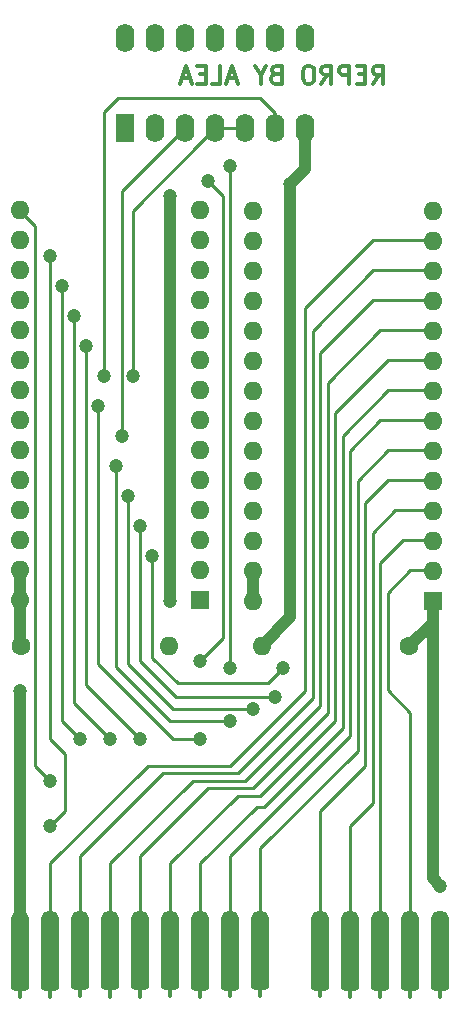
<source format=gbl>
%TF.GenerationSoftware,KiCad,Pcbnew,8.0.6+1*%
%TF.CreationDate,2024-12-27T18:58:42+01:00*%
%TF.ProjectId,QL_ROM_Cartridge_original,514c5f52-4f4d-45f4-9361-727472696467,0*%
%TF.SameCoordinates,Original*%
%TF.FileFunction,Copper,L2,Bot*%
%TF.FilePolarity,Positive*%
%FSLAX46Y46*%
G04 Gerber Fmt 4.6, Leading zero omitted, Abs format (unit mm)*
G04 Created by KiCad (PCBNEW 8.0.6+1) date 2024-12-27 18:58:42*
%MOMM*%
%LPD*%
G01*
G04 APERTURE LIST*
G04 Aperture macros list*
%AMRoundRect*
0 Rectangle with rounded corners*
0 $1 Rounding radius*
0 $2 $3 $4 $5 $6 $7 $8 $9 X,Y pos of 4 corners*
0 Add a 4 corners polygon primitive as box body*
4,1,4,$2,$3,$4,$5,$6,$7,$8,$9,$2,$3,0*
0 Add four circle primitives for the rounded corners*
1,1,$1+$1,$2,$3*
1,1,$1+$1,$4,$5*
1,1,$1+$1,$6,$7*
1,1,$1+$1,$8,$9*
0 Add four rect primitives between the rounded corners*
20,1,$1+$1,$2,$3,$4,$5,0*
20,1,$1+$1,$4,$5,$6,$7,0*
20,1,$1+$1,$6,$7,$8,$9,0*
20,1,$1+$1,$8,$9,$2,$3,0*%
G04 Aperture macros list end*
%ADD10C,0.300000*%
%TA.AperFunction,NonConductor*%
%ADD11C,0.300000*%
%TD*%
%TA.AperFunction,EtchedComponent*%
%ADD12C,0.300000*%
%TD*%
%TA.AperFunction,ComponentPad*%
%ADD13R,1.600000X1.600000*%
%TD*%
%TA.AperFunction,ComponentPad*%
%ADD14O,1.600000X1.600000*%
%TD*%
%TA.AperFunction,ConnectorPad*%
%ADD15RoundRect,0.762000X-0.000010X-1.738000X0.000010X-1.738000X0.000010X1.738000X-0.000010X1.738000X0*%
%TD*%
%TA.AperFunction,ConnectorPad*%
%ADD16RoundRect,0.228600X-0.533400X-2.271400X0.533400X-2.271400X0.533400X2.271400X-0.533400X2.271400X0*%
%TD*%
%TA.AperFunction,ComponentPad*%
%ADD17C,1.600000*%
%TD*%
%TA.AperFunction,ComponentPad*%
%ADD18R,1.600000X2.400000*%
%TD*%
%TA.AperFunction,ComponentPad*%
%ADD19O,1.600000X2.400000*%
%TD*%
%TA.AperFunction,ViaPad*%
%ADD20C,1.200000*%
%TD*%
%TA.AperFunction,Conductor*%
%ADD21C,1.000000*%
%TD*%
%TA.AperFunction,Conductor*%
%ADD22C,0.250000*%
%TD*%
%ADD23C,0.350000*%
G04 APERTURE END LIST*
D10*
D11*
X32372142Y78061672D02*
X32872142Y78775958D01*
X33229285Y78061672D02*
X33229285Y79561672D01*
X33229285Y79561672D02*
X32657856Y79561672D01*
X32657856Y79561672D02*
X32514999Y79490243D01*
X32514999Y79490243D02*
X32443570Y79418815D01*
X32443570Y79418815D02*
X32372142Y79275958D01*
X32372142Y79275958D02*
X32372142Y79061672D01*
X32372142Y79061672D02*
X32443570Y78918815D01*
X32443570Y78918815D02*
X32514999Y78847386D01*
X32514999Y78847386D02*
X32657856Y78775958D01*
X32657856Y78775958D02*
X33229285Y78775958D01*
X31729285Y78847386D02*
X31229285Y78847386D01*
X31014999Y78061672D02*
X31729285Y78061672D01*
X31729285Y78061672D02*
X31729285Y79561672D01*
X31729285Y79561672D02*
X31014999Y79561672D01*
X30372142Y78061672D02*
X30372142Y79561672D01*
X30372142Y79561672D02*
X29800713Y79561672D01*
X29800713Y79561672D02*
X29657856Y79490243D01*
X29657856Y79490243D02*
X29586427Y79418815D01*
X29586427Y79418815D02*
X29514999Y79275958D01*
X29514999Y79275958D02*
X29514999Y79061672D01*
X29514999Y79061672D02*
X29586427Y78918815D01*
X29586427Y78918815D02*
X29657856Y78847386D01*
X29657856Y78847386D02*
X29800713Y78775958D01*
X29800713Y78775958D02*
X30372142Y78775958D01*
X28014999Y78061672D02*
X28514999Y78775958D01*
X28872142Y78061672D02*
X28872142Y79561672D01*
X28872142Y79561672D02*
X28300713Y79561672D01*
X28300713Y79561672D02*
X28157856Y79490243D01*
X28157856Y79490243D02*
X28086427Y79418815D01*
X28086427Y79418815D02*
X28014999Y79275958D01*
X28014999Y79275958D02*
X28014999Y79061672D01*
X28014999Y79061672D02*
X28086427Y78918815D01*
X28086427Y78918815D02*
X28157856Y78847386D01*
X28157856Y78847386D02*
X28300713Y78775958D01*
X28300713Y78775958D02*
X28872142Y78775958D01*
X27086427Y79561672D02*
X26800713Y79561672D01*
X26800713Y79561672D02*
X26657856Y79490243D01*
X26657856Y79490243D02*
X26514999Y79347386D01*
X26514999Y79347386D02*
X26443570Y79061672D01*
X26443570Y79061672D02*
X26443570Y78561672D01*
X26443570Y78561672D02*
X26514999Y78275958D01*
X26514999Y78275958D02*
X26657856Y78133100D01*
X26657856Y78133100D02*
X26800713Y78061672D01*
X26800713Y78061672D02*
X27086427Y78061672D01*
X27086427Y78061672D02*
X27229285Y78133100D01*
X27229285Y78133100D02*
X27372142Y78275958D01*
X27372142Y78275958D02*
X27443570Y78561672D01*
X27443570Y78561672D02*
X27443570Y79061672D01*
X27443570Y79061672D02*
X27372142Y79347386D01*
X27372142Y79347386D02*
X27229285Y79490243D01*
X27229285Y79490243D02*
X27086427Y79561672D01*
X24157856Y78847386D02*
X23943570Y78775958D01*
X23943570Y78775958D02*
X23872141Y78704529D01*
X23872141Y78704529D02*
X23800713Y78561672D01*
X23800713Y78561672D02*
X23800713Y78347386D01*
X23800713Y78347386D02*
X23872141Y78204529D01*
X23872141Y78204529D02*
X23943570Y78133100D01*
X23943570Y78133100D02*
X24086427Y78061672D01*
X24086427Y78061672D02*
X24657856Y78061672D01*
X24657856Y78061672D02*
X24657856Y79561672D01*
X24657856Y79561672D02*
X24157856Y79561672D01*
X24157856Y79561672D02*
X24014999Y79490243D01*
X24014999Y79490243D02*
X23943570Y79418815D01*
X23943570Y79418815D02*
X23872141Y79275958D01*
X23872141Y79275958D02*
X23872141Y79133100D01*
X23872141Y79133100D02*
X23943570Y78990243D01*
X23943570Y78990243D02*
X24014999Y78918815D01*
X24014999Y78918815D02*
X24157856Y78847386D01*
X24157856Y78847386D02*
X24657856Y78847386D01*
X22872141Y78775958D02*
X22872141Y78061672D01*
X23372141Y79561672D02*
X22872141Y78775958D01*
X22872141Y78775958D02*
X22372141Y79561672D01*
X20800713Y78490243D02*
X20086428Y78490243D01*
X20943570Y78061672D02*
X20443570Y79561672D01*
X20443570Y79561672D02*
X19943570Y78061672D01*
X18729285Y78061672D02*
X19443571Y78061672D01*
X19443571Y78061672D02*
X19443571Y79561672D01*
X18229285Y78847386D02*
X17729285Y78847386D01*
X17514999Y78061672D02*
X18229285Y78061672D01*
X18229285Y78061672D02*
X18229285Y79561672D01*
X18229285Y79561672D02*
X17514999Y79561672D01*
X16943570Y78490243D02*
X16229285Y78490243D01*
X17086427Y78061672D02*
X16586427Y79561672D01*
X16586427Y79561672D02*
X16086427Y78061672D01*
D12*
%TO.C,J1*%
X2540000Y747400D02*
X2540000Y1357000D01*
X5080000Y747400D02*
X5080000Y1357000D01*
X7620000Y772800D02*
X7620000Y1382400D01*
X10160000Y747400D02*
X10160000Y1357000D01*
X12700000Y747400D02*
X12700000Y1382400D01*
X15240000Y772800D02*
X15240000Y1382400D01*
X17780000Y747400D02*
X17780000Y1357000D01*
X20320000Y772800D02*
X20320000Y1382400D01*
X22860000Y812800D02*
X22860000Y1397000D01*
X27940000Y772800D02*
X27940000Y1357000D01*
X30480000Y732800D02*
X30480000Y1270000D01*
X33020000Y732800D02*
X33020000Y1270000D01*
X35560000Y732800D02*
X35560000Y1317000D01*
X38100000Y747400D02*
X38100000Y1357000D01*
%TD*%
D13*
%TO.P,IC2,1,VPP*%
%TO.N,VCC*%
X37465000Y34290000D03*
D14*
%TO.P,IC2,2,A12*%
%TO.N,/A12*%
X37465000Y36830000D03*
%TO.P,IC2,3,A7*%
%TO.N,/A7*%
X37465000Y39370000D03*
%TO.P,IC2,4,A6*%
%TO.N,/A6*%
X37465000Y41910000D03*
%TO.P,IC2,5,A5*%
%TO.N,/A5*%
X37465000Y44450000D03*
%TO.P,IC2,6,A4*%
%TO.N,/A4*%
X37465000Y46990000D03*
%TO.P,IC2,7,A3*%
%TO.N,/A3*%
X37465000Y49530000D03*
%TO.P,IC2,8,A2*%
%TO.N,/A2*%
X37465000Y52070000D03*
%TO.P,IC2,9,A1*%
%TO.N,/A1*%
X37465000Y54610000D03*
%TO.P,IC2,10,A0*%
%TO.N,/A0*%
X37465000Y57150000D03*
%TO.P,IC2,11,D0*%
%TO.N,/D0*%
X37465000Y59690000D03*
%TO.P,IC2,12,D1*%
%TO.N,/D1*%
X37465000Y62230000D03*
%TO.P,IC2,13,D2*%
%TO.N,/D2*%
X37465000Y64770000D03*
%TO.P,IC2,14,GND*%
%TO.N,GND*%
X37465000Y67310000D03*
%TO.P,IC2,15,D3*%
%TO.N,/D3*%
X22225000Y67310000D03*
%TO.P,IC2,16,D4*%
%TO.N,/D4*%
X22225000Y64770000D03*
%TO.P,IC2,17,D5*%
%TO.N,/D5*%
X22225000Y62230000D03*
%TO.P,IC2,18,D6*%
%TO.N,/D6*%
X22225000Y59690000D03*
%TO.P,IC2,19,D7*%
%TO.N,/D7*%
X22225000Y57150000D03*
%TO.P,IC2,20,~{CE}*%
%TO.N,/U2_CE*%
X22225000Y54610000D03*
%TO.P,IC2,21,A10*%
%TO.N,/A10*%
X22225000Y52070000D03*
%TO.P,IC2,22,~{OE}*%
%TO.N,/U_ROMOE*%
X22225000Y49530000D03*
%TO.P,IC2,23,A11*%
%TO.N,/A11*%
X22225000Y46990000D03*
%TO.P,IC2,24,A9*%
%TO.N,/A9*%
X22225000Y44450000D03*
%TO.P,IC2,25,A8*%
%TO.N,/A8*%
X22225000Y41910000D03*
%TO.P,IC2,26,A13*%
%TO.N,/A13*%
X22225000Y39370000D03*
%TO.P,IC2,27,~{PGM}*%
%TO.N,VCC*%
X22225000Y36830000D03*
%TO.P,IC2,28,VCC*%
X22225000Y34290000D03*
%TD*%
D15*
%TO.P,J1,2,N/C*%
%TO.N,unconnected-(J1-Pad2)*%
X38100000Y5548000D03*
D16*
X38100000Y3810000D03*
D15*
%TO.P,J1,4,A12*%
%TO.N,/A12*%
X35560000Y5548000D03*
D16*
X35560000Y3770000D03*
D15*
%TO.P,J1,6,A7*%
%TO.N,/A7*%
X33020000Y5548000D03*
D16*
X33020000Y3770000D03*
D15*
%TO.P,J1,8,A6*%
%TO.N,/A6*%
X30480000Y5548000D03*
D16*
X30480000Y3770000D03*
D15*
%TO.P,J1,10,A5*%
%TO.N,/A5*%
X27940000Y5588000D03*
D16*
X27940000Y3810000D03*
D15*
%TO.P,J1,12,A4*%
%TO.N,/A4*%
X22860000Y5588000D03*
D16*
X22860000Y3850000D03*
D15*
%TO.P,J1,14,A3*%
%TO.N,/A3*%
X20320000Y5548000D03*
D16*
X20320000Y3810000D03*
D15*
%TO.P,J1,16,A2*%
%TO.N,/A2*%
X17780000Y5548000D03*
D16*
X17780000Y3810000D03*
D15*
%TO.P,J1,18,A1*%
%TO.N,/A1*%
X15240000Y5548000D03*
D16*
X15240000Y3820800D03*
D15*
%TO.P,J1,20,A0*%
%TO.N,/A0*%
X12700000Y5548000D03*
D16*
X12700000Y3820800D03*
D15*
%TO.P,J1,22,D0*%
%TO.N,/D0*%
X10160000Y5548000D03*
D16*
X10160000Y3820800D03*
%TO.P,J1,24,D1*%
%TO.N,/D1*%
X7594600Y3820800D03*
D15*
X7620000Y5588000D03*
%TO.P,J1,26,D2*%
%TO.N,/D2*%
X5080000Y5548000D03*
D16*
X5080000Y3810000D03*
D15*
%TO.P,J1,28,GND*%
%TO.N,GND*%
X2540000Y5548000D03*
D16*
X2540000Y3810000D03*
%TD*%
D13*
%TO.P,IC1,1,VPP*%
%TO.N,VCC*%
X17785000Y34300000D03*
D14*
%TO.P,IC1,2,A12*%
%TO.N,/A12*%
X17785000Y36840000D03*
%TO.P,IC1,3,A7*%
%TO.N,/A7*%
X17785000Y39380000D03*
%TO.P,IC1,4,A6*%
%TO.N,/A6*%
X17785000Y41920000D03*
%TO.P,IC1,5,A5*%
%TO.N,/A5*%
X17785000Y44460000D03*
%TO.P,IC1,6,A4*%
%TO.N,/A4*%
X17785000Y47000000D03*
%TO.P,IC1,7,A3*%
%TO.N,/A3*%
X17785000Y49540000D03*
%TO.P,IC1,8,A2*%
%TO.N,/A2*%
X17785000Y52080000D03*
%TO.P,IC1,9,A1*%
%TO.N,/A1*%
X17785000Y54620000D03*
%TO.P,IC1,10,A0*%
%TO.N,/A0*%
X17785000Y57160000D03*
%TO.P,IC1,11,D0*%
%TO.N,/D0*%
X17785000Y59700000D03*
%TO.P,IC1,12,D1*%
%TO.N,/D1*%
X17785000Y62240000D03*
%TO.P,IC1,13,D2*%
%TO.N,/D2*%
X17785000Y64780000D03*
%TO.P,IC1,14,GND*%
%TO.N,GND*%
X17785000Y67320000D03*
%TO.P,IC1,15,D3*%
%TO.N,/D3*%
X2545000Y67320000D03*
%TO.P,IC1,16,D4*%
%TO.N,/D4*%
X2545000Y64780000D03*
%TO.P,IC1,17,D5*%
%TO.N,/D5*%
X2545000Y62240000D03*
%TO.P,IC1,18,D6*%
%TO.N,/D6*%
X2545000Y59700000D03*
%TO.P,IC1,19,D7*%
%TO.N,/D7*%
X2545000Y57160000D03*
%TO.P,IC1,20,~{CE}*%
%TO.N,/U1_CE*%
X2545000Y54620000D03*
%TO.P,IC1,21,A10*%
%TO.N,/A10*%
X2545000Y52080000D03*
%TO.P,IC1,22,~{OE}*%
%TO.N,/U_ROMOE*%
X2545000Y49540000D03*
%TO.P,IC1,23,A11*%
%TO.N,/A11*%
X2545000Y47000000D03*
%TO.P,IC1,24,A9*%
%TO.N,/A9*%
X2545000Y44460000D03*
%TO.P,IC1,25,A8*%
%TO.N,/A8*%
X2545000Y41920000D03*
%TO.P,IC1,26,A13*%
%TO.N,/A13*%
X2545000Y39380000D03*
%TO.P,IC1,27,~{PGM}*%
%TO.N,VCC*%
X2545000Y36840000D03*
%TO.P,IC1,28,VCC*%
X2545000Y34300000D03*
%TD*%
D17*
%TO.P,C1,1*%
%TO.N,VCC*%
X2620000Y30480000D03*
D14*
%TO.P,C1,2*%
%TO.N,GND*%
X15120000Y30480000D03*
%TD*%
D17*
%TO.P,C2,1*%
%TO.N,VCC*%
X35460000Y30480000D03*
D14*
%TO.P,C2,2*%
%TO.N,GND*%
X22960000Y30480000D03*
%TD*%
D18*
%TO.P,IC3,1*%
%TO.N,/A15*%
X11430000Y74295000D03*
D19*
%TO.P,IC3,2*%
%TO.N,/ROMOE*%
X13970000Y74295000D03*
%TO.P,IC3,3*%
%TO.N,/U_ROMOE*%
X16510000Y74295000D03*
%TO.P,IC3,4*%
%TO.N,/U2_CE*%
X19050000Y74295000D03*
%TO.P,IC3,5*%
X21590000Y74295000D03*
%TO.P,IC3,6*%
%TO.N,/U1_CE*%
X24130000Y74295000D03*
%TO.P,IC3,7,GND*%
%TO.N,GND*%
X26670000Y74295000D03*
%TO.P,IC3,8*%
%TO.N,/U2_CE*%
X26670000Y81915000D03*
%TO.P,IC3,9*%
%TO.N,/A14*%
X24130000Y81915000D03*
%TO.P,IC3,10*%
%TO.N,/A15*%
X21590000Y81915000D03*
%TO.P,IC3,11*%
%TO.N,unconnected-(IC3-Pad11)*%
X19050000Y81915000D03*
%TO.P,IC3,12*%
%TO.N,unconnected-(IC3-Pad12)*%
X16510000Y81915000D03*
%TO.P,IC3,13*%
%TO.N,unconnected-(IC3-Pad13)*%
X13970000Y81915000D03*
%TO.P,IC3,14,VCC*%
%TO.N,VCC*%
X11430000Y81915000D03*
%TD*%
D20*
%TO.N,VCC*%
X38100000Y10160000D03*
X15240000Y34275000D03*
X15240000Y68580000D03*
%TO.N,GND*%
X25400000Y69596000D03*
X2540000Y26670000D03*
%TO.N,/D3*%
X5080000Y19050000D03*
%TO.N,/D4*%
X5080000Y63500000D03*
X5080000Y15240000D03*
%TO.N,/D5*%
X7620000Y22606000D03*
X6096000Y60960000D03*
%TO.N,/D6*%
X7112000Y58420000D03*
X10160000Y22606000D03*
%TO.N,/D7*%
X8128000Y55880000D03*
X12700000Y22606000D03*
%TO.N,/A15*%
X18415000Y69850000D03*
X17780000Y29210000D03*
%TO.N,/A10*%
X17780000Y22606000D03*
X9144000Y50800000D03*
%TO.N,/ROMOE*%
X20320000Y28575000D03*
X20320000Y71120000D03*
%TO.N,/A11*%
X20320000Y24130000D03*
X10668000Y45720000D03*
%TO.N,/A9*%
X11684000Y43180000D03*
X22225000Y25146000D03*
%TO.N,/A8*%
X12700000Y40640000D03*
X24130000Y26162000D03*
%TO.N,/A13*%
X24765000Y28575000D03*
X13716000Y38100000D03*
%TO.N,/U1_CE*%
X9652000Y53340000D03*
%TO.N,/U2_CE*%
X12065000Y53340000D03*
%TO.N,/U_ROMOE*%
X11176000Y48260000D03*
%TD*%
D21*
%TO.N,VCC*%
X37465000Y32385000D02*
X35460000Y30480000D01*
X2545000Y30555000D02*
X2620000Y30480000D01*
X37465000Y34290000D02*
X37465000Y32385000D01*
X2545000Y36815000D02*
X2545000Y34275000D01*
X22225000Y36830000D02*
X22225000Y34290000D01*
X37465000Y10795000D02*
X38100000Y10160000D01*
X37465000Y32512000D02*
X37465000Y10795000D01*
X15240000Y34275000D02*
X15240000Y68580000D01*
X2545000Y34300000D02*
X2545000Y30555000D01*
%TO.N,GND*%
X26670000Y70866000D02*
X25400000Y69596000D01*
X25395000Y63505000D02*
X25400000Y63500000D01*
X25400000Y63500000D02*
X25400000Y32920000D01*
X25400000Y32920000D02*
X22960000Y30480000D01*
X25400000Y69596000D02*
X25395000Y63505000D01*
X2540000Y26670000D02*
X2540000Y5548000D01*
X26670000Y74295000D02*
X26670000Y70866000D01*
D22*
%TO.N,/D3*%
X3810000Y66030000D02*
X2545000Y67295000D01*
X5080000Y19050000D02*
X3810000Y20320000D01*
X3810000Y20320000D02*
X3810000Y66030000D01*
%TO.N,/D4*%
X5080000Y63500000D02*
X5080000Y22545960D01*
X6350000Y21275960D02*
X6350000Y16510000D01*
X6350000Y16510000D02*
X5080000Y15240000D01*
X5080000Y22545960D02*
X6350000Y21275960D01*
%TO.N,/D2*%
X5080000Y7747000D02*
X5080000Y12065000D01*
X26670000Y26670000D02*
X26670000Y59055000D01*
X32395000Y64780000D02*
X37465000Y64780000D01*
X13335000Y20320000D02*
X20320000Y20320000D01*
X5080000Y12065000D02*
X13335000Y20320000D01*
X20320000Y20320000D02*
X26670000Y26670000D01*
X26670000Y59055000D02*
X32395000Y64780000D01*
%TO.N,/D5*%
X7620000Y22606000D02*
X6096000Y24130000D01*
X6096000Y24130000D02*
X6096000Y60960000D01*
%TO.N,/D1*%
X20955000Y19685000D02*
X27305000Y26035000D01*
X7620000Y7787000D02*
X7620000Y12700000D01*
X27305000Y26035000D02*
X27305000Y57150000D01*
X32395000Y62240000D02*
X37465000Y62240000D01*
X7620000Y12700000D02*
X14605000Y19685000D01*
X14605000Y19685000D02*
X20955000Y19685000D01*
X27305000Y57150000D02*
X32395000Y62240000D01*
%TO.N,/D6*%
X7112000Y25654000D02*
X7112000Y58420000D01*
X10160000Y22606000D02*
X7112000Y25654000D01*
%TO.N,/D0*%
X27940000Y25400000D02*
X27940000Y55245000D01*
X27940000Y55245000D02*
X32395000Y59700000D01*
X32395000Y59700000D02*
X37465000Y59700000D01*
X10160000Y12065000D02*
X17145000Y19050000D01*
X21590000Y19050000D02*
X27940000Y25400000D01*
X17145000Y19050000D02*
X21590000Y19050000D01*
X10160000Y7747000D02*
X10160000Y12065000D01*
%TO.N,/D7*%
X12700000Y22606000D02*
X8128000Y27178000D01*
X8128000Y27178000D02*
X8128000Y55880000D01*
%TO.N,/A0*%
X18415000Y18415000D02*
X22225000Y18415000D01*
X33030000Y57160000D02*
X37465000Y57160000D01*
X12700000Y7747000D02*
X12700000Y12700000D01*
X28575000Y52705000D02*
X33030000Y57160000D01*
X28575000Y24765000D02*
X28575000Y52705000D01*
X12700000Y12700000D02*
X18415000Y18415000D01*
X22225000Y18415000D02*
X28575000Y24765000D01*
%TO.N,/A15*%
X19685000Y68580000D02*
X18415000Y69850000D01*
X17780000Y29210000D02*
X19685000Y31115000D01*
X19685000Y31115000D02*
X19685000Y68580000D01*
%TO.N,/A1*%
X22860000Y17780000D02*
X29210000Y24130000D01*
X20955000Y17780000D02*
X22860000Y17780000D01*
X15240000Y12065000D02*
X20955000Y17780000D01*
X15240000Y7747000D02*
X15240000Y12065000D01*
X33665000Y54620000D02*
X37465000Y54620000D01*
X29210000Y24130000D02*
X29210000Y50165000D01*
X29210000Y50165000D02*
X33665000Y54620000D01*
%TO.N,/A10*%
X9144000Y28956000D02*
X9144000Y50800000D01*
X15494000Y22606000D02*
X9144000Y28956000D01*
X17780000Y22606000D02*
X15494000Y22606000D01*
%TO.N,/A2*%
X17780000Y12065000D02*
X22542500Y16827500D01*
X22542500Y16827500D02*
X23177500Y16827500D01*
X23177500Y16827500D02*
X29845000Y23495000D01*
X29845000Y23495000D02*
X29845000Y48260000D01*
X29845000Y48260000D02*
X33665000Y52080000D01*
X17780000Y7747000D02*
X17780000Y12065000D01*
X33665000Y52080000D02*
X37465000Y52080000D01*
%TO.N,/ROMOE*%
X20320000Y28575000D02*
X20320000Y71120000D01*
%TO.N,/A3*%
X20320000Y12700000D02*
X30480000Y22860000D01*
X20320000Y7747000D02*
X20320000Y12700000D01*
X30480000Y46990000D02*
X30480000Y22860000D01*
X33030000Y49540000D02*
X30480000Y46990000D01*
X37465000Y49540000D02*
X33030000Y49540000D01*
%TO.N,/A11*%
X10668000Y28702000D02*
X10668000Y45720000D01*
X20320000Y24130000D02*
X15240000Y24130000D01*
X15240000Y24130000D02*
X10668000Y28702000D01*
%TO.N,/A4*%
X31115000Y44450000D02*
X31115000Y21590000D01*
X33665000Y47000000D02*
X31115000Y44450000D01*
X31115000Y21590000D02*
X22860000Y13335000D01*
X37465000Y47000000D02*
X33665000Y47000000D01*
X22860000Y13335000D02*
X22860000Y7787000D01*
%TO.N,/A9*%
X15494000Y25146000D02*
X11684000Y28956000D01*
X11684000Y28956000D02*
X11684000Y43180000D01*
X22225000Y25146000D02*
X15494000Y25146000D01*
%TO.N,/A5*%
X27940000Y16510000D02*
X31750000Y20320000D01*
X27940000Y7787000D02*
X27940000Y16510000D01*
X31750000Y20320000D02*
X31750000Y42545000D01*
X31750000Y42545000D02*
X33665000Y44460000D01*
X33665000Y44460000D02*
X37465000Y44460000D01*
%TO.N,/A8*%
X15748000Y26162000D02*
X12700000Y29210000D01*
X24130000Y26162000D02*
X15748000Y26162000D01*
X12700000Y29210000D02*
X12700000Y40640000D01*
%TO.N,/A6*%
X32385000Y40005000D02*
X34300000Y41920000D01*
X34300000Y41920000D02*
X37465000Y41920000D01*
X30480000Y15240000D02*
X32385000Y17145000D01*
X32385000Y17145000D02*
X32385000Y40005000D01*
X30480000Y7747000D02*
X30480000Y15240000D01*
%TO.N,/A13*%
X13716000Y29464000D02*
X15875000Y27305000D01*
X23495000Y27305000D02*
X24765000Y28575000D01*
X13716000Y38100000D02*
X13716000Y29464000D01*
X15875000Y27305000D02*
X23495000Y27305000D01*
%TO.N,/A7*%
X34935000Y39380000D02*
X37465000Y39380000D01*
X33020000Y37465000D02*
X34935000Y39380000D01*
X33020000Y5548000D02*
X33020000Y37465000D01*
%TO.N,/A12*%
X35570000Y36840000D02*
X33655000Y34925000D01*
X33655000Y34925000D02*
X33655000Y31750000D01*
X37465000Y36840000D02*
X35570000Y36840000D01*
X33652500Y32387500D02*
X33652500Y26672500D01*
X35560000Y24765000D02*
X35560000Y5548000D01*
X33655000Y31750000D02*
X33652500Y31752500D01*
X33652500Y26672500D02*
X35560000Y24765000D01*
%TO.N,/U1_CE*%
X9652000Y75692000D02*
X10795000Y76835000D01*
X10795000Y76835000D02*
X22860000Y76835000D01*
X22860000Y76835000D02*
X24125000Y75570000D01*
X9652000Y53340000D02*
X9652000Y75692000D01*
X24125000Y75570000D02*
X24125000Y74280000D01*
%TO.N,/U2_CE*%
X21585000Y74280000D02*
X19494520Y74280000D01*
X19050000Y74295000D02*
X17145713Y72390713D01*
X17145713Y72390713D02*
X17145713Y72389287D01*
X12065000Y67310000D02*
X12065000Y66675000D01*
X12065000Y53340000D02*
X12065000Y66675000D01*
X19050000Y74295000D02*
X12065000Y67310000D01*
%TO.N,/U_ROMOE*%
X11176000Y48260000D02*
X11140489Y48295511D01*
X16510000Y74295000D02*
X11140489Y68925489D01*
X11140489Y48295511D02*
X11140489Y68925489D01*
%TD*%
D23*
X38100000Y10160000D03*
X15240000Y34275000D03*
X15240000Y68580000D03*
X25400000Y69596000D03*
X2540000Y26670000D03*
X5080000Y19050000D03*
X5080000Y63500000D03*
X5080000Y15240000D03*
X7620000Y22606000D03*
X6096000Y60960000D03*
X7112000Y58420000D03*
X10160000Y22606000D03*
X8128000Y55880000D03*
X12700000Y22606000D03*
X18415000Y69850000D03*
X17780000Y29210000D03*
X17780000Y22606000D03*
X9144000Y50800000D03*
X20320000Y28575000D03*
X20320000Y71120000D03*
X20320000Y24130000D03*
X10668000Y45720000D03*
X11684000Y43180000D03*
X22225000Y25146000D03*
X12700000Y40640000D03*
X24130000Y26162000D03*
X24765000Y28575000D03*
X13716000Y38100000D03*
X9652000Y53340000D03*
X12065000Y53340000D03*
X11176000Y48260000D03*
X37465000Y34290000D03*
X37465000Y36830000D03*
X37465000Y39370000D03*
X37465000Y41910000D03*
X37465000Y44450000D03*
X37465000Y46990000D03*
X37465000Y49530000D03*
X37465000Y52070000D03*
X37465000Y54610000D03*
X37465000Y57150000D03*
X37465000Y59690000D03*
X37465000Y62230000D03*
X37465000Y64770000D03*
X37465000Y67310000D03*
X22225000Y67310000D03*
X22225000Y64770000D03*
X22225000Y62230000D03*
X22225000Y59690000D03*
X22225000Y57150000D03*
X22225000Y54610000D03*
X22225000Y52070000D03*
X22225000Y49530000D03*
X22225000Y46990000D03*
X22225000Y44450000D03*
X22225000Y41910000D03*
X22225000Y39370000D03*
X22225000Y36830000D03*
X22225000Y34290000D03*
X17785000Y34300000D03*
X17785000Y36840000D03*
X17785000Y39380000D03*
X17785000Y41920000D03*
X17785000Y44460000D03*
X17785000Y47000000D03*
X17785000Y49540000D03*
X17785000Y52080000D03*
X17785000Y54620000D03*
X17785000Y57160000D03*
X17785000Y59700000D03*
X17785000Y62240000D03*
X17785000Y64780000D03*
X17785000Y67320000D03*
X2545000Y67320000D03*
X2545000Y64780000D03*
X2545000Y62240000D03*
X2545000Y59700000D03*
X2545000Y57160000D03*
X2545000Y54620000D03*
X2545000Y52080000D03*
X2545000Y49540000D03*
X2545000Y47000000D03*
X2545000Y44460000D03*
X2545000Y41920000D03*
X2545000Y39380000D03*
X2545000Y36840000D03*
X2545000Y34300000D03*
X2620000Y30480000D03*
X15120000Y30480000D03*
X35460000Y30480000D03*
X22960000Y30480000D03*
X11430000Y74295000D03*
X13970000Y74295000D03*
X16510000Y74295000D03*
X19050000Y74295000D03*
X21590000Y74295000D03*
X24130000Y74295000D03*
X26670000Y74295000D03*
X26670000Y81915000D03*
X24130000Y81915000D03*
X21590000Y81915000D03*
X19050000Y81915000D03*
X16510000Y81915000D03*
X13970000Y81915000D03*
X11430000Y81915000D03*
M02*

</source>
